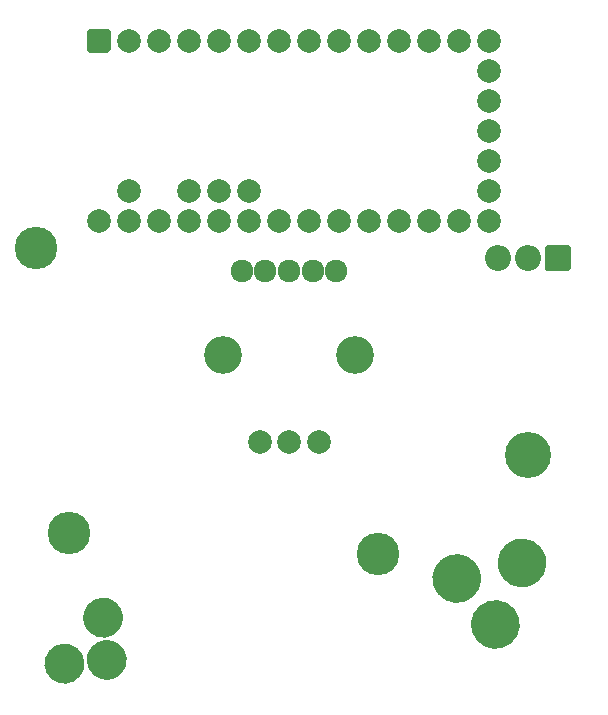
<source format=gbs>
%TF.GenerationSoftware,KiCad,Pcbnew,(5.1.9)-1*%
%TF.CreationDate,2021-03-28T17:18:04-04:00*%
%TF.ProjectId,nogasm,6e6f6761-736d-42e6-9b69-6361645f7063,rev?*%
%TF.SameCoordinates,Original*%
%TF.FileFunction,Soldermask,Bot*%
%TF.FilePolarity,Negative*%
%FSLAX46Y46*%
G04 Gerber Fmt 4.6, Leading zero omitted, Abs format (unit mm)*
G04 Created by KiCad (PCBNEW (5.1.9)-1) date 2021-03-28 17:18:04*
%MOMM*%
%LPD*%
G01*
G04 APERTURE LIST*
%ADD10C,3.600000*%
%ADD11C,2.000000*%
%ADD12O,3.900000X3.900000*%
%ADD13O,2.200000X2.200000*%
%ADD14C,1.925000*%
%ADD15C,3.200000*%
G04 APERTURE END LIST*
D10*
%TO.C,REF\u002A\u002A*%
X101346000Y-100076000D03*
%TD*%
%TO.C,REF\u002A\u002A*%
X127508000Y-101854000D03*
%TD*%
D11*
%TO.C,U14*%
X136906000Y-66040000D03*
X136906000Y-68580000D03*
X136906000Y-71120000D03*
X136906000Y-73660000D03*
X136906000Y-63500000D03*
X136906000Y-60960000D03*
X136906000Y-58420000D03*
X134366000Y-73660000D03*
X131826000Y-73660000D03*
X129286000Y-73660000D03*
X126746000Y-73660000D03*
X124206000Y-73660000D03*
X121666000Y-73660000D03*
X119126000Y-73660000D03*
X116586000Y-73660000D03*
X114046000Y-73660000D03*
X111506000Y-73660000D03*
X108966000Y-73660000D03*
X106426000Y-73660000D03*
X103886000Y-73660000D03*
X106426000Y-71120000D03*
X111506000Y-71120000D03*
X114046000Y-71120000D03*
X116586000Y-71120000D03*
X134366000Y-58420000D03*
X131826000Y-58420000D03*
X129286000Y-58420000D03*
X126746000Y-58420000D03*
X124206000Y-58420000D03*
X121666000Y-58420000D03*
X119126000Y-58420000D03*
X116586000Y-58420000D03*
X114046000Y-58420000D03*
X111506000Y-58420000D03*
X108966000Y-58420000D03*
X106426000Y-58420000D03*
G36*
G01*
X102886000Y-59220000D02*
X102886000Y-57620000D01*
G75*
G02*
X103086000Y-57420000I200000J0D01*
G01*
X104686000Y-57420000D01*
G75*
G02*
X104886000Y-57620000I0J-200000D01*
G01*
X104886000Y-59220000D01*
G75*
G02*
X104686000Y-59420000I-200000J0D01*
G01*
X103086000Y-59420000D01*
G75*
G02*
X102886000Y-59220000I0J200000D01*
G01*
G37*
%TD*%
D12*
%TO.C,U15*%
X140208000Y-93495000D03*
G36*
G01*
X143848000Y-75935000D02*
X143848000Y-77735000D01*
G75*
G02*
X143648000Y-77935000I-200000J0D01*
G01*
X141848000Y-77935000D01*
G75*
G02*
X141648000Y-77735000I0J200000D01*
G01*
X141648000Y-75935000D01*
G75*
G02*
X141848000Y-75735000I200000J0D01*
G01*
X143648000Y-75735000D01*
G75*
G02*
X143848000Y-75935000I0J-200000D01*
G01*
G37*
D13*
X140208000Y-76835000D03*
X137668000Y-76835000D03*
%TD*%
D14*
%TO.C,Encoder*%
X120002800Y-77876400D03*
X122002800Y-77876400D03*
X118002800Y-77876400D03*
X116002800Y-77876400D03*
X124002800Y-77876400D03*
D11*
X120002800Y-92376400D03*
X122502800Y-92376400D03*
X117502800Y-92376400D03*
D15*
X125590800Y-84988400D03*
X114414800Y-84988400D03*
%TD*%
%TO.C,J1*%
G36*
G01*
X102946405Y-106181508D02*
X102946405Y-106181508D01*
G75*
G02*
X105341420Y-105971971I1302276J-1092739D01*
G01*
X105341420Y-105971971D01*
G75*
G02*
X105550957Y-108366986I-1092739J-1302276D01*
G01*
X105550957Y-108366986D01*
G75*
G02*
X103155942Y-108576523I-1302276J1092739D01*
G01*
X103155942Y-108576523D01*
G75*
G02*
X102946405Y-106181508I1092739J1302276D01*
G01*
G37*
G36*
G01*
X99681043Y-110073014D02*
X99681043Y-110073014D01*
G75*
G02*
X102076058Y-109863477I1302276J-1092739D01*
G01*
X102076058Y-109863477D01*
G75*
G02*
X102285595Y-112258492I-1092739J-1302276D01*
G01*
X102285595Y-112258492D01*
G75*
G02*
X99890580Y-112468029I-1302276J1092739D01*
G01*
X99890580Y-112468029D01*
G75*
G02*
X99681043Y-110073014I1092739J1302276D01*
G01*
G37*
G36*
G01*
X103259477Y-109759942D02*
X103259477Y-109759942D01*
G75*
G02*
X105654492Y-109550405I1302276J-1092739D01*
G01*
X105654492Y-109550405D01*
G75*
G02*
X105864029Y-111945420I-1092739J-1302276D01*
G01*
X105864029Y-111945420D01*
G75*
G02*
X103469014Y-112154957I-1302276J1092739D01*
G01*
X103469014Y-112154957D01*
G75*
G02*
X103259477Y-109759942I1092739J1302276D01*
G01*
G37*
%TD*%
%TO.C,J2*%
G36*
G01*
X132609896Y-105290678D02*
X132609896Y-105290678D01*
G75*
G02*
X132865654Y-102367352I1589542J1333784D01*
G01*
X132865654Y-102367352D01*
G75*
G02*
X135788980Y-102623110I1333784J-1589542D01*
G01*
X135788980Y-102623110D01*
G75*
G02*
X135533222Y-105546436I-1589542J-1333784D01*
G01*
X135533222Y-105546436D01*
G75*
G02*
X132609896Y-105290678I-1333784J1589542D01*
G01*
G37*
G36*
G01*
X135875258Y-109182184D02*
X135875258Y-109182184D01*
G75*
G02*
X136131016Y-106258858I1589542J1333784D01*
G01*
X136131016Y-106258858D01*
G75*
G02*
X139054342Y-106514616I1333784J-1589542D01*
G01*
X139054342Y-106514616D01*
G75*
G02*
X138798584Y-109437942I-1589542J-1333784D01*
G01*
X138798584Y-109437942D01*
G75*
G02*
X135875258Y-109182184I-1333784J1589542D01*
G01*
G37*
G36*
G01*
X141057409Y-104226828D02*
X141057409Y-104226828D01*
G75*
G02*
X138134083Y-103971070I-1333784J1589542D01*
G01*
X138134083Y-103971070D01*
G75*
G02*
X138389841Y-101047744I1589542J1333784D01*
G01*
X138389841Y-101047744D01*
G75*
G02*
X141313167Y-101303502I1333784J-1589542D01*
G01*
X141313167Y-101303502D01*
G75*
G02*
X141057409Y-104226828I-1589542J-1333784D01*
G01*
G37*
%TD*%
D10*
%TO.C,REF\u002A\u002A*%
X98552000Y-75946000D03*
%TD*%
M02*

</source>
